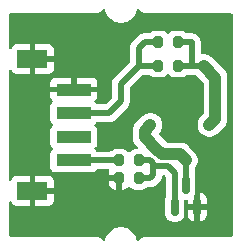
<source format=gbr>
%TF.GenerationSoftware,KiCad,Pcbnew,9.0.3*%
%TF.CreationDate,2025-07-12T02:05:34+02:00*%
%TF.ProjectId,ialed,69616c65-642e-46b6-9963-61645f706362,rev?*%
%TF.SameCoordinates,Original*%
%TF.FileFunction,Copper,L1,Top*%
%TF.FilePolarity,Positive*%
%FSLAX46Y46*%
G04 Gerber Fmt 4.6, Leading zero omitted, Abs format (unit mm)*
G04 Created by KiCad (PCBNEW 9.0.3) date 2025-07-12 02:05:34*
%MOMM*%
%LPD*%
G01*
G04 APERTURE LIST*
G04 Aperture macros list*
%AMRoundRect*
0 Rectangle with rounded corners*
0 $1 Rounding radius*
0 $2 $3 $4 $5 $6 $7 $8 $9 X,Y pos of 4 corners*
0 Add a 4 corners polygon primitive as box body*
4,1,4,$2,$3,$4,$5,$6,$7,$8,$9,$2,$3,0*
0 Add four circle primitives for the rounded corners*
1,1,$1+$1,$2,$3*
1,1,$1+$1,$4,$5*
1,1,$1+$1,$6,$7*
1,1,$1+$1,$8,$9*
0 Add four rect primitives between the rounded corners*
20,1,$1+$1,$2,$3,$4,$5,0*
20,1,$1+$1,$4,$5,$6,$7,0*
20,1,$1+$1,$6,$7,$8,$9,0*
20,1,$1+$1,$8,$9,$2,$3,0*%
G04 Aperture macros list end*
%TA.AperFunction,SMDPad,CuDef*%
%ADD10RoundRect,0.200000X-0.200000X-0.275000X0.200000X-0.275000X0.200000X0.275000X-0.200000X0.275000X0*%
%TD*%
%TA.AperFunction,SMDPad,CuDef*%
%ADD11RoundRect,0.200000X0.200000X0.275000X-0.200000X0.275000X-0.200000X-0.275000X0.200000X-0.275000X0*%
%TD*%
%TA.AperFunction,SMDPad,CuDef*%
%ADD12RoundRect,0.150000X0.150000X-0.587500X0.150000X0.587500X-0.150000X0.587500X-0.150000X-0.587500X0*%
%TD*%
%TA.AperFunction,SMDPad,CuDef*%
%ADD13R,3.000000X1.000000*%
%TD*%
%TA.AperFunction,SMDPad,CuDef*%
%ADD14R,2.600000X1.550000*%
%TD*%
%TA.AperFunction,ViaPad*%
%ADD15C,0.600000*%
%TD*%
%TA.AperFunction,Conductor*%
%ADD16C,0.500000*%
%TD*%
%TA.AperFunction,Conductor*%
%ADD17C,1.000000*%
%TD*%
G04 APERTURE END LIST*
D10*
%TO.P,R4,1*%
%TO.N,+3.3V*%
X13175000Y-3000000D03*
%TO.P,R4,2*%
%TO.N,Net-(D1-A)*%
X14825000Y-3000000D03*
%TD*%
D11*
%TO.P,R3,1*%
%TO.N,Net-(Q1-G)*%
X11500000Y-14500000D03*
%TO.P,R3,2*%
%TO.N,GND*%
X9850000Y-14500000D03*
%TD*%
D10*
%TO.P,R2,1*%
%TO.N,Net-(G1-Pad1)*%
X9850000Y-13000000D03*
%TO.P,R2,2*%
%TO.N,Net-(Q1-G)*%
X11500000Y-13000000D03*
%TD*%
%TO.P,R1,1*%
%TO.N,+3.3V*%
X13175000Y-5000000D03*
%TO.P,R1,2*%
%TO.N,Net-(D1-A)*%
X14825000Y-5000000D03*
%TD*%
D12*
%TO.P,Q1,1,G*%
%TO.N,Net-(Q1-G)*%
X14550000Y-16937500D03*
%TO.P,Q1,2,S*%
%TO.N,GND*%
X16450000Y-16937500D03*
%TO.P,Q1,3,D*%
%TO.N,Net-(D1-K)*%
X15500000Y-15062500D03*
%TD*%
D13*
%TO.P,G1,1,1*%
%TO.N,Net-(G1-Pad1)*%
X6000000Y-13000000D03*
%TO.P,G1,2,2*%
%TO.N,unconnected-(G1-Pad2)*%
X6000000Y-11000000D03*
%TO.P,G1,3,3*%
%TO.N,+3.3V*%
X6000000Y-9000000D03*
%TO.P,G1,4,4*%
%TO.N,GND*%
X6000000Y-7000000D03*
D14*
%TO.P,G1,5,SS1*%
X2510840Y-15575000D03*
%TO.P,G1,6,SS2*%
X2510840Y-4425000D03*
%TD*%
D15*
%TO.N,Net-(D1-K)*%
X15500000Y-13000000D03*
X15000000Y-12500000D03*
%TO.N,Net-(D1-A)*%
X17500000Y-10000000D03*
X18000000Y-9500000D03*
X18000000Y-8500000D03*
%TO.N,GND*%
X18000000Y-2000000D03*
X18000000Y-3500000D03*
X15500000Y-7500000D03*
X14000000Y-7500000D03*
X18000000Y-17500000D03*
X18000000Y-15500000D03*
X18000000Y-13000000D03*
X9500000Y-17000000D03*
X7500000Y-17000000D03*
X5500000Y-17000000D03*
X2500000Y-13000000D03*
X2500000Y-11500000D03*
X2500000Y-10000000D03*
X2500000Y-8500000D03*
X2500000Y-7000000D03*
X8500000Y-4000000D03*
X6537983Y-4000000D03*
X5000000Y-4000000D03*
%TO.N,Net-(D1-K)*%
X14000000Y-12500000D03*
X13000000Y-12000000D03*
X12250000Y-11250000D03*
X12500000Y-10000000D03*
%TO.N,Net-(D1-A)*%
X18000000Y-7500000D03*
X18000000Y-6000000D03*
X17000000Y-5000000D03*
%TD*%
D16*
%TO.N,Net-(D1-A)*%
X16000000Y-5000000D02*
X16000000Y-3000000D01*
X16000000Y-3000000D02*
X14825000Y-3000000D01*
X17000000Y-5000000D02*
X16000000Y-5000000D01*
D17*
X18000000Y-9500000D02*
X18000000Y-6000000D01*
X18000000Y-6000000D02*
X17000000Y-5000000D01*
%TO.N,Net-(D1-K)*%
X13000000Y-12000000D02*
X13500000Y-12500000D01*
X13500000Y-12500000D02*
X15000000Y-12500000D01*
X15000000Y-12500000D02*
X15500000Y-13000000D01*
X12000000Y-10500000D02*
X12000000Y-11000000D01*
X12000000Y-11000000D02*
X13000000Y-12000000D01*
D16*
%TO.N,Net-(Q1-G)*%
X12751000Y-13251000D02*
X12751000Y-13500000D01*
X12751000Y-13500000D02*
X14000000Y-13500000D01*
X14000000Y-13500000D02*
X14550000Y-14050000D01*
X14550000Y-14050000D02*
X14550000Y-16937500D01*
D17*
%TO.N,Net-(D1-A)*%
X18000000Y-9500000D02*
X17500000Y-10000000D01*
D16*
X18000000Y-8500000D02*
X18000000Y-9500000D01*
%TO.N,Net-(Q1-G)*%
X12751000Y-14249000D02*
X12500000Y-14500000D01*
X12751000Y-13500000D02*
X12751000Y-14249000D01*
X12500000Y-14500000D02*
X11500000Y-14500000D01*
X11500000Y-13000000D02*
X12500000Y-13000000D01*
X12500000Y-13000000D02*
X12751000Y-13251000D01*
%TO.N,Net-(D1-A)*%
X16000000Y-5000000D02*
X16500000Y-5000000D01*
%TO.N,+3.3V*%
X11500000Y-3500000D02*
X12000000Y-3000000D01*
X11500000Y-5000000D02*
X11500000Y-3500000D01*
X12000000Y-3000000D02*
X13175000Y-3000000D01*
%TO.N,Net-(D1-A)*%
X14825000Y-5000000D02*
X16000000Y-5000000D01*
%TO.N,Net-(G1-Pad1)*%
X9850000Y-13000000D02*
X6000000Y-13000000D01*
D17*
%TO.N,Net-(D1-K)*%
X12500000Y-10000000D02*
X12000000Y-10500000D01*
D16*
X15500000Y-13000000D02*
X15500000Y-15000000D01*
%TO.N,Net-(D1-A)*%
X16500000Y-5000000D02*
X17000000Y-5000000D01*
%TO.N,+3.3V*%
X10000000Y-6500000D02*
X11500000Y-5000000D01*
X9000000Y-9000000D02*
X10000000Y-8000000D01*
X10000000Y-8000000D02*
X10000000Y-6500000D01*
X11500000Y-5000000D02*
X13175000Y-5000000D01*
X6000000Y-9000000D02*
X9000000Y-9000000D01*
%TD*%
%TA.AperFunction,Conductor*%
%TO.N,GND*%
G36*
X8629839Y-193381D02*
G01*
X8670367Y-250296D01*
X8675660Y-271454D01*
X8681339Y-307314D01*
X8682754Y-316243D01*
X8743119Y-502027D01*
X8748444Y-518414D01*
X8844951Y-707820D01*
X8969890Y-879786D01*
X9120213Y-1030109D01*
X9292179Y-1155048D01*
X9292181Y-1155049D01*
X9292184Y-1155051D01*
X9481588Y-1251557D01*
X9683757Y-1317246D01*
X9893713Y-1350500D01*
X9893714Y-1350500D01*
X10106286Y-1350500D01*
X10106287Y-1350500D01*
X10316243Y-1317246D01*
X10518412Y-1251557D01*
X10707816Y-1155051D01*
X10729789Y-1139086D01*
X10879786Y-1030109D01*
X10879788Y-1030106D01*
X10879792Y-1030104D01*
X11030104Y-879792D01*
X11030106Y-879788D01*
X11030109Y-879786D01*
X11155048Y-707820D01*
X11155047Y-707820D01*
X11155051Y-707816D01*
X11251557Y-518412D01*
X11317246Y-316243D01*
X11324340Y-271452D01*
X11336510Y-245777D01*
X11345804Y-218926D01*
X11351280Y-214619D01*
X11354266Y-208321D01*
X11378391Y-193298D01*
X11400725Y-175735D01*
X11407661Y-175072D01*
X11413577Y-171389D01*
X11441992Y-171794D01*
X11470278Y-169093D01*
X11476471Y-172285D01*
X11483440Y-172385D01*
X11507123Y-188087D01*
X11532381Y-201108D01*
X11538502Y-208891D01*
X11541673Y-210994D01*
X11554199Y-228851D01*
X11566581Y-250296D01*
X11599500Y-307314D01*
X11692686Y-400500D01*
X11806814Y-466392D01*
X11934108Y-500500D01*
X12065892Y-500500D01*
X19134108Y-500500D01*
X19190243Y-500500D01*
X19209640Y-502027D01*
X19225080Y-504472D01*
X19273154Y-512086D01*
X19310046Y-524073D01*
X19358544Y-548783D01*
X19389929Y-571586D01*
X19428413Y-610070D01*
X19451217Y-641457D01*
X19475925Y-689950D01*
X19487913Y-726845D01*
X19497973Y-790358D01*
X19499500Y-809757D01*
X19499500Y-19190242D01*
X19497973Y-19209639D01*
X19497973Y-19209641D01*
X19487913Y-19273154D01*
X19475925Y-19310049D01*
X19451217Y-19358542D01*
X19428413Y-19389929D01*
X19389929Y-19428413D01*
X19358542Y-19451217D01*
X19310049Y-19475925D01*
X19273154Y-19487913D01*
X19235734Y-19493840D01*
X19209639Y-19497973D01*
X19190243Y-19499500D01*
X11934106Y-19499500D01*
X11806813Y-19533608D01*
X11806810Y-19533609D01*
X11692684Y-19599500D01*
X11625793Y-19666390D01*
X11625794Y-19666391D01*
X11599499Y-19692686D01*
X11554199Y-19771147D01*
X11503631Y-19819362D01*
X11435024Y-19832584D01*
X11370159Y-19806616D01*
X11329631Y-19749701D01*
X11324341Y-19728556D01*
X11317246Y-19683757D01*
X11251557Y-19481588D01*
X11155051Y-19292184D01*
X11155049Y-19292181D01*
X11155048Y-19292179D01*
X11030109Y-19120213D01*
X10879786Y-18969890D01*
X10707820Y-18844951D01*
X10518414Y-18748444D01*
X10518413Y-18748443D01*
X10518412Y-18748443D01*
X10316243Y-18682754D01*
X10316241Y-18682753D01*
X10316240Y-18682753D01*
X10154957Y-18657208D01*
X10106287Y-18649500D01*
X9893713Y-18649500D01*
X9845042Y-18657208D01*
X9683760Y-18682753D01*
X9481585Y-18748444D01*
X9292179Y-18844951D01*
X9120213Y-18969890D01*
X8969890Y-19120213D01*
X8844951Y-19292179D01*
X8748444Y-19481585D01*
X8682753Y-19683758D01*
X8675660Y-19728543D01*
X8665719Y-19749510D01*
X8660068Y-19772011D01*
X8651036Y-19780484D01*
X8645730Y-19791677D01*
X8626031Y-19803942D01*
X8609112Y-19819815D01*
X8596932Y-19822060D01*
X8586418Y-19828607D01*
X8563218Y-19828275D01*
X8540401Y-19832482D01*
X8528940Y-19827785D01*
X8516555Y-19827609D01*
X8497215Y-19814785D01*
X8475748Y-19805989D01*
X8464884Y-19793348D01*
X8458323Y-19788998D01*
X8451600Y-19780250D01*
X8448507Y-19775831D01*
X8400503Y-19692686D01*
X8374209Y-19666392D01*
X8307318Y-19599500D01*
X8193189Y-19533608D01*
X8065896Y-19499500D01*
X8065895Y-19499500D01*
X809757Y-19499500D01*
X790360Y-19497973D01*
X749549Y-19491509D01*
X726845Y-19487913D01*
X689950Y-19475925D01*
X641457Y-19451217D01*
X610070Y-19428413D01*
X571586Y-19389929D01*
X548782Y-19358542D01*
X524073Y-19310046D01*
X512086Y-19273152D01*
X502027Y-19209639D01*
X500500Y-19190242D01*
X500500Y-16563555D01*
X520185Y-16496516D01*
X572989Y-16450761D01*
X642147Y-16440817D01*
X705703Y-16469842D01*
X740682Y-16520222D01*
X767485Y-16592086D01*
X767489Y-16592093D01*
X853649Y-16707187D01*
X853652Y-16707190D01*
X968746Y-16793350D01*
X968753Y-16793354D01*
X1103460Y-16843596D01*
X1103467Y-16843598D01*
X1162995Y-16849999D01*
X1163012Y-16850000D01*
X2260840Y-16850000D01*
X2760840Y-16850000D01*
X3858668Y-16850000D01*
X3858684Y-16849999D01*
X3918212Y-16843598D01*
X3918219Y-16843596D01*
X4052926Y-16793354D01*
X4052933Y-16793350D01*
X4168027Y-16707190D01*
X4168030Y-16707187D01*
X4254190Y-16592093D01*
X4254194Y-16592086D01*
X4304436Y-16457379D01*
X4304438Y-16457372D01*
X4310839Y-16397844D01*
X4310840Y-16397827D01*
X4310840Y-15825000D01*
X2760840Y-15825000D01*
X2760840Y-16850000D01*
X2260840Y-16850000D01*
X2260840Y-15325000D01*
X2760840Y-15325000D01*
X4310840Y-15325000D01*
X4310840Y-14831582D01*
X8950001Y-14831582D01*
X8956408Y-14902102D01*
X8956409Y-14902107D01*
X9006981Y-15064396D01*
X9094927Y-15209877D01*
X9215122Y-15330072D01*
X9360604Y-15418019D01*
X9360603Y-15418019D01*
X9522894Y-15468590D01*
X9522893Y-15468590D01*
X9593408Y-15474998D01*
X9593426Y-15474999D01*
X9599999Y-15474998D01*
X9600000Y-15474998D01*
X9600000Y-14750000D01*
X8950001Y-14750000D01*
X8950001Y-14831582D01*
X4310840Y-14831582D01*
X4310840Y-14752172D01*
X4310839Y-14752157D01*
X4306510Y-14711895D01*
X4306510Y-14711894D01*
X4304438Y-14692627D01*
X4304436Y-14692620D01*
X4254194Y-14557913D01*
X4254190Y-14557906D01*
X4168030Y-14442812D01*
X4168027Y-14442809D01*
X4052933Y-14356649D01*
X4052926Y-14356645D01*
X3918219Y-14306403D01*
X3918212Y-14306401D01*
X3858684Y-14300000D01*
X2760840Y-14300000D01*
X2760840Y-15325000D01*
X2260840Y-15325000D01*
X2260840Y-14300000D01*
X1162995Y-14300000D01*
X1103467Y-14306401D01*
X1103460Y-14306403D01*
X968753Y-14356645D01*
X968746Y-14356649D01*
X853652Y-14442809D01*
X853649Y-14442812D01*
X767489Y-14557906D01*
X767485Y-14557913D01*
X740682Y-14629777D01*
X698811Y-14685711D01*
X633346Y-14710128D01*
X565073Y-14695276D01*
X515668Y-14645871D01*
X500500Y-14586444D01*
X500500Y-8452135D01*
X3999500Y-8452135D01*
X3999500Y-9547870D01*
X3999501Y-9547876D01*
X4005908Y-9607483D01*
X4056202Y-9742328D01*
X4056206Y-9742335D01*
X4142452Y-9857544D01*
X4142453Y-9857544D01*
X4142454Y-9857546D01*
X4171615Y-9879376D01*
X4200145Y-9900734D01*
X4242015Y-9956668D01*
X4246999Y-10026360D01*
X4213513Y-10087683D01*
X4200145Y-10099266D01*
X4142452Y-10142455D01*
X4056206Y-10257664D01*
X4056202Y-10257671D01*
X4005908Y-10392517D01*
X3999501Y-10452116D01*
X3999501Y-10452123D01*
X3999500Y-10452135D01*
X3999500Y-11547870D01*
X3999501Y-11547873D01*
X4005908Y-11607483D01*
X4056202Y-11742328D01*
X4056206Y-11742335D01*
X4142452Y-11857544D01*
X4142453Y-11857544D01*
X4142454Y-11857546D01*
X4171615Y-11879376D01*
X4200145Y-11900734D01*
X4242015Y-11956668D01*
X4246999Y-12026360D01*
X4213513Y-12087683D01*
X4200145Y-12099266D01*
X4142452Y-12142455D01*
X4056206Y-12257664D01*
X4056202Y-12257671D01*
X4005908Y-12392517D01*
X3999501Y-12452116D01*
X3999500Y-12452135D01*
X3999500Y-13547870D01*
X3999501Y-13547876D01*
X4005908Y-13607483D01*
X4056202Y-13742328D01*
X4056206Y-13742335D01*
X4142452Y-13857544D01*
X4142455Y-13857547D01*
X4257664Y-13943793D01*
X4257671Y-13943797D01*
X4392517Y-13994091D01*
X4392516Y-13994091D01*
X4399444Y-13994835D01*
X4452127Y-14000500D01*
X7547872Y-14000499D01*
X7607483Y-13994091D01*
X7742331Y-13943796D01*
X7857546Y-13857546D01*
X7884227Y-13821903D01*
X7900485Y-13800188D01*
X7956419Y-13758318D01*
X7999751Y-13750500D01*
X8899022Y-13750500D01*
X8966061Y-13770185D01*
X9011816Y-13822989D01*
X9021760Y-13892147D01*
X9008865Y-13928224D01*
X9010060Y-13928762D01*
X9006980Y-13935603D01*
X8956409Y-14097893D01*
X8950000Y-14168427D01*
X8950000Y-14250000D01*
X9726000Y-14250000D01*
X9793039Y-14269685D01*
X9838794Y-14322489D01*
X9850000Y-14374000D01*
X9850000Y-14500000D01*
X9976000Y-14500000D01*
X10043039Y-14519685D01*
X10088794Y-14572489D01*
X10100000Y-14624000D01*
X10100000Y-15474999D01*
X10106581Y-15474999D01*
X10177102Y-15468591D01*
X10177107Y-15468590D01*
X10339396Y-15418018D01*
X10484877Y-15330072D01*
X10484878Y-15330071D01*
X10586963Y-15227985D01*
X10648286Y-15194499D01*
X10717977Y-15199483D01*
X10762326Y-15227984D01*
X10864811Y-15330469D01*
X10864813Y-15330470D01*
X10864815Y-15330472D01*
X11010394Y-15418478D01*
X11172804Y-15469086D01*
X11243384Y-15475500D01*
X11243387Y-15475500D01*
X11756613Y-15475500D01*
X11756616Y-15475500D01*
X11827196Y-15469086D01*
X11989606Y-15418478D01*
X12135185Y-15330472D01*
X12178837Y-15286820D01*
X12240160Y-15253334D01*
X12266519Y-15250500D01*
X12573920Y-15250500D01*
X12671462Y-15231096D01*
X12718913Y-15221658D01*
X12855495Y-15165084D01*
X12904729Y-15132186D01*
X12978416Y-15082952D01*
X13333952Y-14727415D01*
X13397070Y-14632951D01*
X13416084Y-14604495D01*
X13447597Y-14528415D01*
X13472659Y-14467912D01*
X13491651Y-14372432D01*
X13496052Y-14350309D01*
X13510762Y-14322185D01*
X13523956Y-14293297D01*
X13526845Y-14291439D01*
X13528437Y-14288398D01*
X13556019Y-14272691D01*
X13582734Y-14255523D01*
X13587328Y-14254862D01*
X13589152Y-14253824D01*
X13617669Y-14250500D01*
X13637769Y-14250500D01*
X13704808Y-14270185D01*
X13725449Y-14286818D01*
X13763180Y-14324548D01*
X13796666Y-14385870D01*
X13799500Y-14412230D01*
X13799500Y-16067670D01*
X13794576Y-16102265D01*
X13752402Y-16247426D01*
X13752401Y-16247432D01*
X13749500Y-16284298D01*
X13749500Y-17590701D01*
X13752401Y-17627567D01*
X13752402Y-17627573D01*
X13798254Y-17785393D01*
X13798255Y-17785396D01*
X13881917Y-17926862D01*
X13881923Y-17926870D01*
X13998129Y-18043076D01*
X13998133Y-18043079D01*
X13998135Y-18043081D01*
X14139602Y-18126744D01*
X14181224Y-18138836D01*
X14297426Y-18172597D01*
X14297429Y-18172597D01*
X14297431Y-18172598D01*
X14334306Y-18175500D01*
X14334314Y-18175500D01*
X14765686Y-18175500D01*
X14765694Y-18175500D01*
X14802569Y-18172598D01*
X14802571Y-18172597D01*
X14802573Y-18172597D01*
X14844191Y-18160505D01*
X14960398Y-18126744D01*
X15101865Y-18043081D01*
X15218081Y-17926865D01*
X15301744Y-17785398D01*
X15347598Y-17627569D01*
X15350500Y-17590694D01*
X15350500Y-17590649D01*
X15650000Y-17590649D01*
X15652899Y-17627489D01*
X15652900Y-17627495D01*
X15698716Y-17785193D01*
X15698717Y-17785196D01*
X15782314Y-17926552D01*
X15782321Y-17926561D01*
X15898438Y-18042678D01*
X15898447Y-18042685D01*
X16039801Y-18126281D01*
X16197514Y-18172100D01*
X16197511Y-18172100D01*
X16199998Y-18172295D01*
X16200000Y-18172295D01*
X16700000Y-18172295D01*
X16700001Y-18172295D01*
X16702486Y-18172100D01*
X16860198Y-18126281D01*
X17001552Y-18042685D01*
X17001561Y-18042678D01*
X17117678Y-17926561D01*
X17117685Y-17926552D01*
X17201282Y-17785196D01*
X17201283Y-17785193D01*
X17247099Y-17627495D01*
X17247100Y-17627489D01*
X17249999Y-17590649D01*
X17250000Y-17590634D01*
X17250000Y-17187500D01*
X16700000Y-17187500D01*
X16700000Y-18172295D01*
X16200000Y-18172295D01*
X16200000Y-17187500D01*
X15650000Y-17187500D01*
X15650000Y-17590649D01*
X15350500Y-17590649D01*
X15350500Y-16424500D01*
X15370185Y-16357461D01*
X15422989Y-16311706D01*
X15474500Y-16300500D01*
X15526000Y-16300500D01*
X15593039Y-16320185D01*
X15638794Y-16372989D01*
X15650000Y-16424500D01*
X15650000Y-16687500D01*
X16200000Y-16687500D01*
X16700000Y-16687500D01*
X17250000Y-16687500D01*
X17250000Y-16284365D01*
X17249999Y-16284350D01*
X17247100Y-16247510D01*
X17247099Y-16247504D01*
X17201283Y-16089806D01*
X17201282Y-16089803D01*
X17117685Y-15948447D01*
X17117678Y-15948438D01*
X17001561Y-15832321D01*
X17001552Y-15832314D01*
X16860196Y-15748717D01*
X16860193Y-15748716D01*
X16702494Y-15702900D01*
X16702497Y-15702900D01*
X16700000Y-15702703D01*
X16700000Y-16687500D01*
X16200000Y-16687500D01*
X16200000Y-16031814D01*
X16217267Y-15968694D01*
X16251744Y-15910398D01*
X16297598Y-15752569D01*
X16300500Y-15715694D01*
X16300500Y-14409306D01*
X16297598Y-14372431D01*
X16297597Y-14372426D01*
X16255424Y-14227265D01*
X16250500Y-14192670D01*
X16250500Y-13714609D01*
X16270185Y-13647570D01*
X16275228Y-13640640D01*
X16277136Y-13637783D01*
X16277139Y-13637781D01*
X16386631Y-13473914D01*
X16462051Y-13291836D01*
X16500500Y-13098540D01*
X16500500Y-12901460D01*
X16500500Y-12901457D01*
X16500499Y-12901455D01*
X16462052Y-12708171D01*
X16462051Y-12708164D01*
X16386631Y-12526086D01*
X16386629Y-12526083D01*
X16386627Y-12526079D01*
X16277139Y-12362219D01*
X16277136Y-12362215D01*
X15781479Y-11866559D01*
X15781459Y-11866537D01*
X15637785Y-11722863D01*
X15637781Y-11722860D01*
X15473920Y-11613371D01*
X15473907Y-11613364D01*
X15324186Y-11551348D01*
X15324179Y-11551346D01*
X15315794Y-11547873D01*
X15291836Y-11537949D01*
X15195188Y-11518724D01*
X15192134Y-11518116D01*
X15192120Y-11518113D01*
X15098544Y-11499500D01*
X15098541Y-11499500D01*
X13965782Y-11499500D01*
X13936341Y-11490855D01*
X13906355Y-11484332D01*
X13901339Y-11480577D01*
X13898743Y-11479815D01*
X13878101Y-11463181D01*
X13781480Y-11366560D01*
X13781460Y-11366538D01*
X13252601Y-10837680D01*
X13219116Y-10776357D01*
X13224100Y-10706666D01*
X13252602Y-10662317D01*
X13277139Y-10637781D01*
X13386631Y-10473914D01*
X13462051Y-10291836D01*
X13500500Y-10098540D01*
X13500500Y-9901460D01*
X13500500Y-9901457D01*
X13500499Y-9901455D01*
X13491765Y-9857546D01*
X13462051Y-9708164D01*
X13386631Y-9526086D01*
X13386629Y-9526083D01*
X13386627Y-9526079D01*
X13277139Y-9362219D01*
X13277136Y-9362215D01*
X13137784Y-9222863D01*
X13137780Y-9222860D01*
X12973920Y-9113372D01*
X12973910Y-9113367D01*
X12791836Y-9037949D01*
X12791828Y-9037947D01*
X12598543Y-8999500D01*
X12598540Y-8999500D01*
X12401460Y-8999500D01*
X12401457Y-8999500D01*
X12208171Y-9037947D01*
X12208163Y-9037949D01*
X12026089Y-9113367D01*
X12026079Y-9113372D01*
X11862219Y-9222860D01*
X11862215Y-9222863D01*
X11559000Y-9526079D01*
X11362221Y-9722858D01*
X11362218Y-9722861D01*
X11326761Y-9758318D01*
X11222859Y-9862219D01*
X11113371Y-10026080D01*
X11113364Y-10026093D01*
X11067103Y-10137780D01*
X11067103Y-10137781D01*
X11037950Y-10208161D01*
X11037947Y-10208168D01*
X11035264Y-10221661D01*
X10999500Y-10401454D01*
X10999500Y-11098542D01*
X11013285Y-11167844D01*
X11013288Y-11167857D01*
X11013945Y-11171158D01*
X11037949Y-11291836D01*
X11053278Y-11328842D01*
X11056645Y-11336971D01*
X11056646Y-11336974D01*
X11113364Y-11473906D01*
X11113371Y-11473919D01*
X11130464Y-11499500D01*
X11222861Y-11637782D01*
X11362218Y-11777139D01*
X11362220Y-11777140D01*
X11369286Y-11784206D01*
X11369285Y-11784206D01*
X11369289Y-11784209D01*
X11397899Y-11812819D01*
X11431384Y-11874142D01*
X11426400Y-11943834D01*
X11384528Y-11999767D01*
X11319064Y-12024184D01*
X11310218Y-12024500D01*
X11243384Y-12024500D01*
X11224145Y-12026248D01*
X11172807Y-12030913D01*
X11010393Y-12081522D01*
X10864811Y-12169530D01*
X10864810Y-12169531D01*
X10762681Y-12271661D01*
X10701358Y-12305146D01*
X10631666Y-12300162D01*
X10587319Y-12271661D01*
X10485188Y-12169530D01*
X10339606Y-12081522D01*
X10258356Y-12056204D01*
X10177196Y-12030914D01*
X10177194Y-12030913D01*
X10177192Y-12030913D01*
X10127513Y-12026399D01*
X10106616Y-12024500D01*
X9593384Y-12024500D01*
X9574145Y-12026248D01*
X9522807Y-12030913D01*
X9360393Y-12081522D01*
X9214811Y-12169530D01*
X9214811Y-12169531D01*
X9171163Y-12213180D01*
X9109840Y-12246666D01*
X9083481Y-12249500D01*
X7999751Y-12249500D01*
X7932712Y-12229815D01*
X7912099Y-12213211D01*
X7905810Y-12206926D01*
X7857546Y-12142454D01*
X7792769Y-12093962D01*
X7786514Y-12087711D01*
X7773832Y-12064503D01*
X7757984Y-12043333D01*
X7757339Y-12034323D01*
X7753009Y-12026399D01*
X7754886Y-12000021D01*
X7753000Y-11973641D01*
X7757328Y-11965713D01*
X7757970Y-11956706D01*
X7773808Y-11935532D01*
X7786485Y-11912318D01*
X7799814Y-11900768D01*
X7799822Y-11900758D01*
X7799829Y-11900755D01*
X7799854Y-11900734D01*
X7857546Y-11857546D01*
X7943796Y-11742331D01*
X7994091Y-11607483D01*
X8000500Y-11547873D01*
X8000499Y-10452128D01*
X7994091Y-10392517D01*
X7956539Y-10291836D01*
X7943797Y-10257671D01*
X7943793Y-10257664D01*
X7857547Y-10142456D01*
X7857548Y-10142456D01*
X7857546Y-10142454D01*
X7799854Y-10099265D01*
X7757984Y-10043333D01*
X7753000Y-9973641D01*
X7786485Y-9912318D01*
X7786514Y-9912289D01*
X7792769Y-9906037D01*
X7857546Y-9857546D01*
X7905810Y-9793073D01*
X7912099Y-9786789D01*
X7935281Y-9774140D01*
X7956419Y-9758318D01*
X7968167Y-9756198D01*
X7973434Y-9753325D01*
X7981056Y-9753872D01*
X7999751Y-9750500D01*
X9073920Y-9750500D01*
X9171462Y-9731096D01*
X9218913Y-9721658D01*
X9355495Y-9665084D01*
X9404729Y-9632186D01*
X9478416Y-9582952D01*
X10582952Y-8478415D01*
X10610205Y-8437627D01*
X10665084Y-8355495D01*
X10705605Y-8257669D01*
X10721659Y-8218912D01*
X10750500Y-8073917D01*
X10750500Y-7926082D01*
X10750500Y-6862229D01*
X10770185Y-6795190D01*
X10786819Y-6774548D01*
X11774548Y-5786819D01*
X11835871Y-5753334D01*
X11862229Y-5750500D01*
X12408481Y-5750500D01*
X12475520Y-5770185D01*
X12496163Y-5786820D01*
X12539811Y-5830468D01*
X12539811Y-5830469D01*
X12539813Y-5830470D01*
X12539815Y-5830472D01*
X12685394Y-5918478D01*
X12847804Y-5969086D01*
X12918384Y-5975500D01*
X12918387Y-5975500D01*
X13431613Y-5975500D01*
X13431616Y-5975500D01*
X13502196Y-5969086D01*
X13664606Y-5918478D01*
X13810185Y-5830472D01*
X13853838Y-5786819D01*
X13912319Y-5728339D01*
X13973642Y-5694854D01*
X14043334Y-5699838D01*
X14087681Y-5728339D01*
X14189811Y-5830469D01*
X14189813Y-5830470D01*
X14189815Y-5830472D01*
X14335394Y-5918478D01*
X14497804Y-5969086D01*
X14568384Y-5975500D01*
X14568387Y-5975500D01*
X15081613Y-5975500D01*
X15081616Y-5975500D01*
X15152196Y-5969086D01*
X15314606Y-5918478D01*
X15460185Y-5830472D01*
X15503837Y-5786820D01*
X15565160Y-5753334D01*
X15591519Y-5750500D01*
X15926082Y-5750500D01*
X16284218Y-5750500D01*
X16351257Y-5770185D01*
X16371899Y-5786819D01*
X16963181Y-6378101D01*
X16996666Y-6439424D01*
X16999500Y-6465782D01*
X16999500Y-9034217D01*
X16979815Y-9101256D01*
X16963181Y-9121898D01*
X16722863Y-9362215D01*
X16722860Y-9362219D01*
X16613372Y-9526079D01*
X16613367Y-9526089D01*
X16537949Y-9708163D01*
X16537947Y-9708171D01*
X16499500Y-9901455D01*
X16499500Y-10098544D01*
X16537947Y-10291828D01*
X16537949Y-10291836D01*
X16613367Y-10473910D01*
X16613372Y-10473920D01*
X16722860Y-10637780D01*
X16722863Y-10637784D01*
X16862215Y-10777136D01*
X16862219Y-10777139D01*
X17026079Y-10886627D01*
X17026083Y-10886629D01*
X17026086Y-10886631D01*
X17208164Y-10962051D01*
X17401455Y-11000499D01*
X17401458Y-11000500D01*
X17401460Y-11000500D01*
X17598542Y-11000500D01*
X17598543Y-11000499D01*
X17791836Y-10962051D01*
X17973914Y-10886631D01*
X18137781Y-10777139D01*
X18637778Y-10277141D01*
X18637782Y-10277139D01*
X18777139Y-10137782D01*
X18777140Y-10137780D01*
X18777141Y-10137780D01*
X18886628Y-9973920D01*
X18886628Y-9973919D01*
X18886632Y-9973914D01*
X18893776Y-9956668D01*
X18932897Y-9862219D01*
X18962051Y-9791835D01*
X18993807Y-9632189D01*
X19000500Y-9598543D01*
X19000500Y-6104675D01*
X19000501Y-6104654D01*
X19000501Y-5901457D01*
X19000500Y-5901455D01*
X18962052Y-5708165D01*
X18886632Y-5526086D01*
X18886631Y-5526085D01*
X18886628Y-5526079D01*
X18777140Y-5362219D01*
X18777137Y-5362215D01*
X17637784Y-4222863D01*
X17637780Y-4222860D01*
X17473920Y-4113372D01*
X17473910Y-4113367D01*
X17291836Y-4037949D01*
X17291828Y-4037947D01*
X17098543Y-3999500D01*
X17098540Y-3999500D01*
X16901460Y-3999500D01*
X16901456Y-3999500D01*
X16898687Y-4000051D01*
X16897208Y-3999918D01*
X16895397Y-4000097D01*
X16895363Y-3999753D01*
X16829096Y-3993821D01*
X16773920Y-3950957D01*
X16750678Y-3885066D01*
X16750500Y-3878433D01*
X16750500Y-2926079D01*
X16721659Y-2781092D01*
X16721658Y-2781091D01*
X16721658Y-2781087D01*
X16721656Y-2781082D01*
X16665087Y-2644511D01*
X16665080Y-2644498D01*
X16582951Y-2521584D01*
X16582948Y-2521580D01*
X16478419Y-2417051D01*
X16478415Y-2417048D01*
X16355501Y-2334919D01*
X16355488Y-2334912D01*
X16218917Y-2278343D01*
X16218907Y-2278340D01*
X16073920Y-2249500D01*
X16073918Y-2249500D01*
X15591519Y-2249500D01*
X15524480Y-2229815D01*
X15503837Y-2213180D01*
X15460188Y-2169531D01*
X15460188Y-2169530D01*
X15314606Y-2081522D01*
X15152196Y-2030914D01*
X15152194Y-2030913D01*
X15152192Y-2030913D01*
X15102778Y-2026423D01*
X15081616Y-2024500D01*
X14568384Y-2024500D01*
X14549145Y-2026248D01*
X14497807Y-2030913D01*
X14335393Y-2081522D01*
X14189811Y-2169530D01*
X14189810Y-2169531D01*
X14087681Y-2271661D01*
X14026358Y-2305146D01*
X13956666Y-2300162D01*
X13912319Y-2271661D01*
X13810188Y-2169530D01*
X13664606Y-2081522D01*
X13502196Y-2030914D01*
X13502194Y-2030913D01*
X13502192Y-2030913D01*
X13452778Y-2026423D01*
X13431616Y-2024500D01*
X12918384Y-2024500D01*
X12899145Y-2026248D01*
X12847807Y-2030913D01*
X12685393Y-2081522D01*
X12539811Y-2169530D01*
X12539811Y-2169531D01*
X12496163Y-2213180D01*
X12434840Y-2246666D01*
X12408481Y-2249500D01*
X11926080Y-2249500D01*
X11781092Y-2278340D01*
X11781086Y-2278342D01*
X11644508Y-2334914D01*
X11644496Y-2334921D01*
X11595269Y-2367813D01*
X11521588Y-2417044D01*
X11521580Y-2417050D01*
X10917050Y-3021580D01*
X10917044Y-3021588D01*
X10867812Y-3095268D01*
X10867813Y-3095269D01*
X10834921Y-3144496D01*
X10834914Y-3144508D01*
X10778342Y-3281086D01*
X10778340Y-3281092D01*
X10749500Y-3426079D01*
X10749500Y-4637769D01*
X10729815Y-4704808D01*
X10713181Y-4725450D01*
X9417050Y-6021580D01*
X9417044Y-6021588D01*
X9367812Y-6095268D01*
X9367813Y-6095269D01*
X9334921Y-6144496D01*
X9334914Y-6144508D01*
X9278342Y-6281086D01*
X9278340Y-6281092D01*
X9249500Y-6426079D01*
X9249500Y-7637770D01*
X9229815Y-7704809D01*
X9213181Y-7725451D01*
X8725451Y-8213181D01*
X8664128Y-8246666D01*
X8637770Y-8249500D01*
X7999751Y-8249500D01*
X7932712Y-8229815D01*
X7912136Y-8213247D01*
X7905823Y-8206943D01*
X7857546Y-8142454D01*
X7792380Y-8093670D01*
X7786134Y-8087434D01*
X7773431Y-8064211D01*
X7757567Y-8043019D01*
X7756924Y-8034036D01*
X7752603Y-8026136D01*
X7754471Y-7999733D01*
X7752583Y-7973327D01*
X7756899Y-7965422D01*
X7757535Y-7956441D01*
X7773380Y-7935240D01*
X7786069Y-7912004D01*
X7799344Y-7900501D01*
X7799364Y-7900476D01*
X7799382Y-7900469D01*
X7799439Y-7900420D01*
X7857189Y-7857188D01*
X7857190Y-7857187D01*
X7943350Y-7742093D01*
X7943354Y-7742086D01*
X7993596Y-7607379D01*
X7993598Y-7607372D01*
X7999999Y-7547844D01*
X8000000Y-7547827D01*
X8000000Y-7250000D01*
X4000000Y-7250000D01*
X4000000Y-7547844D01*
X4006401Y-7607372D01*
X4006403Y-7607379D01*
X4056645Y-7742086D01*
X4056649Y-7742093D01*
X4142809Y-7857186D01*
X4200561Y-7900420D01*
X4242432Y-7956354D01*
X4247416Y-8026046D01*
X4213931Y-8087369D01*
X4200563Y-8098952D01*
X4142454Y-8142453D01*
X4142452Y-8142455D01*
X4056206Y-8257664D01*
X4056203Y-8257670D01*
X4005908Y-8392517D01*
X3999501Y-8452116D01*
X3999500Y-8452135D01*
X500500Y-8452135D01*
X500500Y-6452155D01*
X4000000Y-6452155D01*
X4000000Y-6750000D01*
X5750000Y-6750000D01*
X6250000Y-6750000D01*
X8000000Y-6750000D01*
X8000000Y-6452172D01*
X7999999Y-6452155D01*
X7993598Y-6392627D01*
X7993596Y-6392620D01*
X7943354Y-6257913D01*
X7943350Y-6257906D01*
X7857190Y-6142812D01*
X7857187Y-6142809D01*
X7742093Y-6056649D01*
X7742086Y-6056645D01*
X7607379Y-6006403D01*
X7607372Y-6006401D01*
X7547844Y-6000000D01*
X6250000Y-6000000D01*
X6250000Y-6750000D01*
X5750000Y-6750000D01*
X5750000Y-6000000D01*
X4452155Y-6000000D01*
X4392627Y-6006401D01*
X4392620Y-6006403D01*
X4257913Y-6056645D01*
X4257906Y-6056649D01*
X4142812Y-6142809D01*
X4142809Y-6142812D01*
X4056649Y-6257906D01*
X4056645Y-6257913D01*
X4006403Y-6392620D01*
X4006401Y-6392627D01*
X4000000Y-6452155D01*
X500500Y-6452155D01*
X500500Y-5413555D01*
X520185Y-5346516D01*
X572989Y-5300761D01*
X642147Y-5290817D01*
X705703Y-5319842D01*
X740682Y-5370222D01*
X767485Y-5442086D01*
X767489Y-5442093D01*
X853649Y-5557187D01*
X853652Y-5557190D01*
X968746Y-5643350D01*
X968753Y-5643354D01*
X1103460Y-5693596D01*
X1103467Y-5693598D01*
X1162995Y-5699999D01*
X1163012Y-5700000D01*
X2260840Y-5700000D01*
X2760840Y-5700000D01*
X3858668Y-5700000D01*
X3858684Y-5699999D01*
X3918212Y-5693598D01*
X3918219Y-5693596D01*
X4052926Y-5643354D01*
X4052933Y-5643350D01*
X4168027Y-5557190D01*
X4168030Y-5557187D01*
X4254190Y-5442093D01*
X4254194Y-5442086D01*
X4304436Y-5307379D01*
X4304438Y-5307372D01*
X4310839Y-5247844D01*
X4310840Y-5247827D01*
X4310840Y-4675000D01*
X2760840Y-4675000D01*
X2760840Y-5700000D01*
X2260840Y-5700000D01*
X2260840Y-4175000D01*
X2760840Y-4175000D01*
X4310840Y-4175000D01*
X4310840Y-3602172D01*
X4310839Y-3602155D01*
X4304438Y-3542627D01*
X4304436Y-3542620D01*
X4254194Y-3407913D01*
X4254190Y-3407906D01*
X4168030Y-3292812D01*
X4168027Y-3292809D01*
X4052933Y-3206649D01*
X4052926Y-3206645D01*
X3918219Y-3156403D01*
X3918212Y-3156401D01*
X3858684Y-3150000D01*
X2760840Y-3150000D01*
X2760840Y-4175000D01*
X2260840Y-4175000D01*
X2260840Y-3150000D01*
X1162995Y-3150000D01*
X1103467Y-3156401D01*
X1103460Y-3156403D01*
X968753Y-3206645D01*
X968746Y-3206649D01*
X853652Y-3292809D01*
X853649Y-3292812D01*
X767489Y-3407906D01*
X767485Y-3407913D01*
X740682Y-3479777D01*
X698811Y-3535711D01*
X633346Y-3560128D01*
X565073Y-3545276D01*
X515668Y-3495871D01*
X500500Y-3436444D01*
X500500Y-809758D01*
X502027Y-790360D01*
X510936Y-734109D01*
X512087Y-726845D01*
X524072Y-689955D01*
X548786Y-641452D01*
X571585Y-610073D01*
X610073Y-571585D01*
X641452Y-548786D01*
X689955Y-524072D01*
X726846Y-512086D01*
X790360Y-502026D01*
X809758Y-500500D01*
X8065890Y-500500D01*
X8065892Y-500500D01*
X8193186Y-466392D01*
X8307314Y-400500D01*
X8400500Y-307314D01*
X8445800Y-228851D01*
X8496367Y-180636D01*
X8564974Y-167413D01*
X8629839Y-193381D01*
G37*
%TD.AperFunction*%
%TD*%
M02*

</source>
